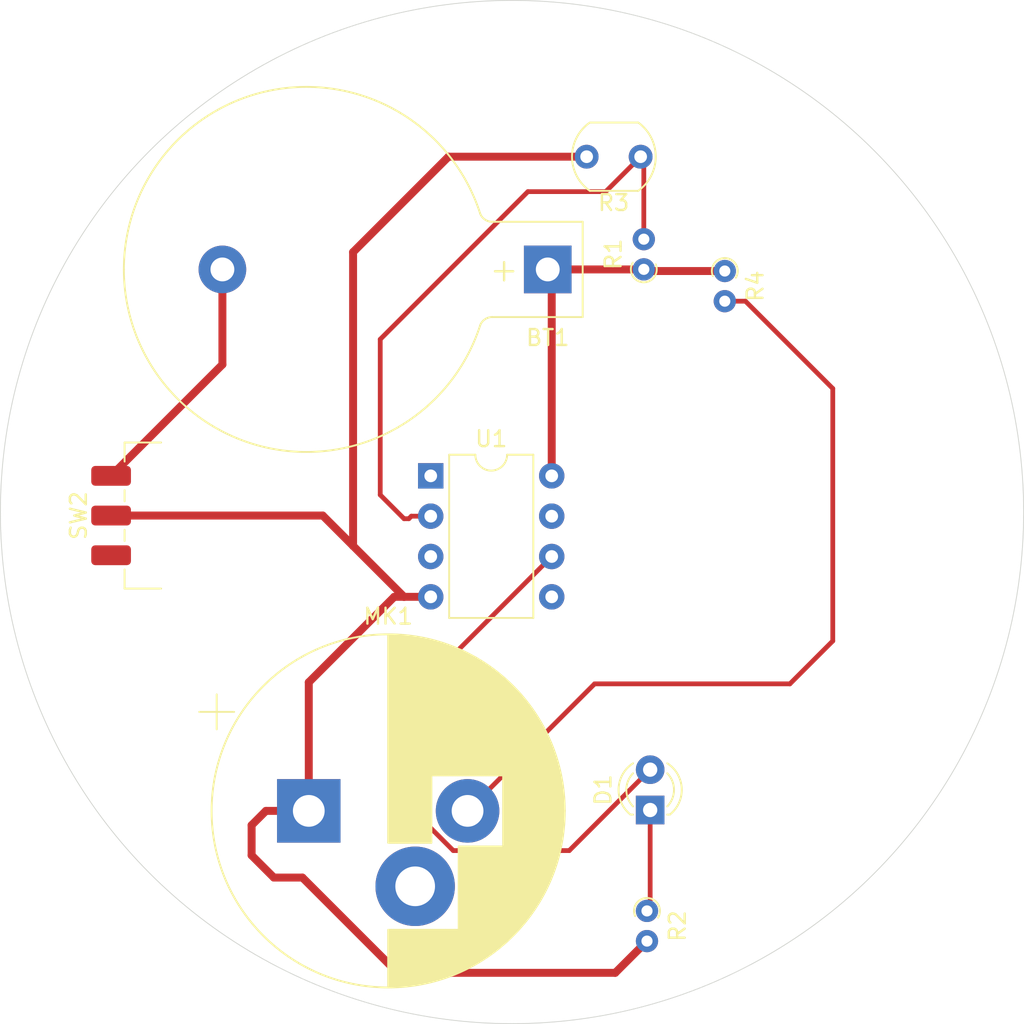
<source format=kicad_pcb>
(kicad_pcb (version 20240108) (generator "pcbnew") (generator_version "8.0")
  (layers (0 "F.Cu" signal) (31 "B.Cu" signal) (34 "B.Paste" user) (35 "F.Paste" user) (36 "B.SilkS" user "B.Silkscreen") (37 "F.SilkS" user "F.Silkscreen") (38 "B.Mask" user) (39 "F.Mask" user) (44 "Edge.Cuts" user))
  (net 0 "")
  (net 1 "+3.3V")
  (net 2 "Net-(BT1--)")
  (net 3 "Net-(D1-K)")
  (net 4 "/Lawda")
  (net 5 "GND")
  (net 6 "Net-(MK1-+)")
  (net 7 "/LDR")
  (net 10 "/MIC")
  (footprint "OptoDevice:R_LDR_5.1x4.3mm_P3.4mm_Vertical" (layer "F.Cu") (at 145.1 79.9 180)
    (property "Reference" "R3" (at 1.7 -2.9 360) (layer "F.SilkS"))
    (property "Value" "LDR07")
    (pad "1" thru_hole circle (at 0 0 180) (size 1.5 1.5) (drill 0.8) (layers "*.Cu" "*.Mask") (net 7 "/LDR"))
    (pad "2" thru_hole circle (at 3.4 0 180) (size 1.5 1.5) (drill 0.8) (layers "*.Cu" "*.Mask") (net 5 "GND"))
  )
  (footprint "Button_Switch_SMD:SW_SPDT_CK_JS102011SAQN" (layer "F.Cu") (at 114.5 102.5 90)
    (property "Reference" "SW2" (at 0 -4.8 90) (layer "F.SilkS"))
    (property "Value" "SW_SPDT")
    (pad "" np_thru_hole circle (at -3.4 0 90) (size 0.9 0.9) (drill 0.9) (layers "*.Cu" "*.Mask"))
    (pad "" np_thru_hole circle (at 3.4 0 90) (size 0.9 0.9) (drill 0.9) (layers "*.Cu" "*.Mask"))
    (pad "1" smd roundrect (at -2.5 -2.75 90) (size 1.25 2.5) (layers "F.Cu" "F.Paste" "F.Mask") (roundrect_rratio 0.2))
    (pad "2" smd roundrect (at 0 -2.75 90) (size 1.25 2.5) (layers "F.Cu" "F.Paste" "F.Mask") (roundrect_rratio 0.2) (net 5 "GND"))
    (pad "3" smd roundrect (at 2.5 -2.75 90) (size 1.25 2.5) (layers "F.Cu" "F.Paste" "F.Mask") (roundrect_rratio 0.2) (net 2 "Net-(BT1--)"))
  )
  (footprint "Resistor_THT:R_Axial_DIN0204_L3.6mm_D1.6mm_P1.90mm_Vertical" (layer "F.Cu") (at 145.5 127.4 -90)
    (property "Reference" "R2" (at 0.95 -1.92 90) (layer "F.SilkS"))
    (property "Value" "470")
    (pad "1" thru_hole circle (at 0 0 270) (size 1.4 1.4) (drill 0.7) (layers "*.Cu" "*.Mask") (net 3 "Net-(D1-K)"))
    (pad "2" thru_hole oval (at 1.9 0 270) (size 1.4 1.4) (drill 0.7) (layers "*.Cu" "*.Mask") (net 5 "GND"))
  )
  (footprint "Capacitor_THT:CP_Radial_D22.0mm_P10.00mm_3pin_SnapIn" (layer "F.Cu") (at 124.2 121.1)
    (property "Reference" "MK1" (at 5 -12.25 360) (layer "F.SilkS"))
    (property "Value" "Microphone_Condenser")
    (pad "1" thru_hole rect (at 0 0) (size 4 4) (drill 2) (layers "*.Cu" "*.Mask") (net 5 "GND"))
    (pad "2" thru_hole circle (at 6.7 4.75) (size 5 5) (drill 2.5) (layers "*.Cu" "*.Mask") (net 6 "Net-(MK1-+)"))
    (pad "2" thru_hole circle (at 10 0) (size 4 4) (drill 2) (layers "*.Cu" "*.Mask") (net 6 "Net-(MK1-+)"))
  )
  (footprint "Package_DIP:DIP-8_W7.62mm" (layer "F.Cu") (at 131.88 100)
    (property "Reference" "U1" (at 3.81 -2.33 0) (layer "F.SilkS"))
    (property "Value" "ATtiny85-20P")
    (pad "1" thru_hole rect (at 0 0) (size 1.6 1.6) (drill 0.8) (layers "*.Cu" "*.Mask"))
    (pad "2" thru_hole oval (at 0 2.54) (size 1.6 1.6) (drill 0.8) (layers "*.Cu" "*.Mask") (net 7 "/LDR"))
    (pad "3" thru_hole oval (at 0 5.08) (size 1.6 1.6) (drill 0.8) (layers "*.Cu" "*.Mask"))
    (pad "4" thru_hole oval (at 0 7.62) (size 1.6 1.6) (drill 0.8) (layers "*.Cu" "*.Mask") (net 5 "GND"))
    (pad "5" thru_hole oval (at 7.62 7.62) (size 1.6 1.6) (drill 0.8) (layers "*.Cu" "*.Mask"))
    (pad "6" thru_hole oval (at 7.62 5.08) (size 1.6 1.6) (drill 0.8) (layers "*.Cu" "*.Mask") (net 4 "/Lawda"))
    (pad "7" thru_hole oval (at 7.62 2.54) (size 1.6 1.6) (drill 0.8) (layers "*.Cu" "*.Mask") (net 10 "/MIC"))
    (pad "8" thru_hole oval (at 7.62 0) (size 1.6 1.6) (drill 0.8) (layers "*.Cu" "*.Mask") (net 1 "+3.3V"))
  )
  (footprint "Resistor_THT:R_Axial_DIN0204_L3.6mm_D1.6mm_P1.90mm_Vertical" (layer "F.Cu") (at 150.4 87.1 -90)
    (property "Reference" "R4" (at 0.95 -1.92 90) (layer "F.SilkS"))
    (property "Value" "5.6K")
    (pad "1" thru_hole circle (at 0 0 270) (size 1.4 1.4) (drill 0.7) (layers "*.Cu" "*.Mask") (net 1 "+3.3V"))
    (pad "2" thru_hole oval (at 1.9 0 270) (size 1.4 1.4) (drill 0.7) (layers "*.Cu" "*.Mask") (net 6 "Net-(MK1-+)"))
  )
  (footprint "LED_THT:LED_D3.0mm" (layer "F.Cu") (at 145.7 121.045 90)
    (property "Reference" "D1" (at 1.27 -2.96 90) (layer "F.SilkS"))
    (property "Value" "LED")
    (pad "1" thru_hole rect (at 0 0 90) (size 1.8 1.8) (drill 0.9) (layers "*.Cu" "*.Mask") (net 3 "Net-(D1-K)"))
    (pad "2" thru_hole circle (at 2.54 0 90) (size 1.8 1.8) (drill 0.9) (layers "*.Cu" "*.Mask") (net 4 "/Lawda"))
  )
  (footprint "Resistor_THT:R_Axial_DIN0204_L3.6mm_D1.6mm_P1.90mm_Vertical" (layer "F.Cu") (at 145.3 86.995 90)
    (property "Reference" "R1" (at 0.95 -1.92 90) (layer "F.SilkS"))
    (property "Value" "10K")
    (pad "1" thru_hole circle (at 0 0 90) (size 1.4 1.4) (drill 0.7) (layers "*.Cu" "*.Mask") (net 1 "+3.3V"))
    (pad "2" thru_hole oval (at 1.9 0 90) (size 1.4 1.4) (drill 0.7) (layers "*.Cu" "*.Mask") (net 7 "/LDR"))
  )
  (footprint "Battery:BatteryHolder_Keystone_103_1x20mm" (layer "F.Cu") (at 139.250001 87.000001 180)
    (property "Reference" "BT1" (at 0 -4.3 360) (layer "F.SilkS"))
    (property "Value" "Battery_Cell")
    (fp_text user "+" (at 2.75 0 360) (layer "F.SilkS") (effects (font (size 1.5 1.5))))
    (pad "1" thru_hole rect (at 0 0 180) (size 3 3) (drill 1.5) (layers "*.Cu" "*.Mask") (net 1 "+3.3V"))
    (pad "2" thru_hole circle (at 20.49 0 180) (size 3 3) (drill 1.5) (layers "*.Cu" "*.Mask") (net 2 "Net-(BT1--)"))
  )
  (gr_circle (center 137 102.278114) (end 158.5 126.278114) (stroke (width 0.05)) (fill none) (layer "Edge.Cuts"))
  (segment (start 139.250001 87.549999) (end 139.5 87.799998) (width 0.5) (layer "F.Cu") (net 1))
  (segment (start 139.250001 87.000001) (end 145.294999 87.000001) (width 0.5) (layer "F.Cu") (net 1))
  (segment (start 145.294999 87.000001) (end 145.3 86.995) (width 0.5) (layer "F.Cu") (net 1))
  (segment (start 145.405 87.1) (end 145.3 86.995) (width 0.5) (layer "F.Cu") (net 1))
  (segment (start 139.250001 87.000001) (end 139.250001 87.549999) (width 0.5) (layer "F.Cu") (net 1))
  (segment (start 150.4 87.1) (end 145.405 87.1) (width 0.5) (layer "F.Cu") (net 1))
  (segment (start 139.5 87.799998) (end 139.5 100) (width 0.5) (layer "F.Cu") (net 1))
  (segment (start 118.760001 92.989999) (end 118.760001 87.000001) (width 0.5) (layer "F.Cu") (net 2))
  (segment (start 111.75 100) (end 118.760001 92.989999) (width 0.5) (layer "F.Cu") (net 2))
  (segment (start 145.7 127.2) (end 145.5 127.4) (width 0.3) (layer "F.Cu") (net 3))
  (segment (start 145.7 121.045) (end 145.7 127.2) (width 0.3) (layer "F.Cu") (net 3))
  (segment (start 131.8 122.1) (end 133.3 123.6) (width 0.3) (layer "F.Cu") (net 4))
  (segment (start 140.605 123.6) (end 145.7 118.505) (width 0.3) (layer "F.Cu") (net 4))
  (segment (start 139.5 105.08) (end 131.8 112.78) (width 0.3) (layer "F.Cu") (net 4))
  (segment (start 133.3 123.6) (end 140.605 123.6) (width 0.3) (layer "F.Cu") (net 4))
  (segment (start 131.8 112.78) (end 131.8 122.1) (width 0.3) (layer "F.Cu") (net 4))
  (segment (start 124.2 121.1) (end 124.2 113) (width 0.5) (layer "F.Cu") (net 5))
  (segment (start 122 125.3) (end 120.6 123.9) (width 0.5) (layer "F.Cu") (net 5))
  (segment (start 111.75 102.5) (end 125.08 102.5) (width 0.5) (layer "F.Cu") (net 5))
  (segment (start 129.58 107.62) (end 130.2 107.62) (width 0.5) (layer "F.Cu") (net 5))
  (segment (start 123.8 125.3) (end 122 125.3) (width 0.5) (layer "F.Cu") (net 5))
  (segment (start 121.5 121.1) (end 124.2 121.1) (width 0.5) (layer "F.Cu") (net 5))
  (segment (start 145.5 129.3) (end 143.5 131.3) (width 0.5) (layer "F.Cu") (net 5))
  (segment (start 129.8 131.3) (end 123.8 125.3) (width 0.5) (layer "F.Cu") (net 5))
  (segment (start 141.7 79.9) (end 133 79.9) (width 0.5) (layer "F.Cu") (net 5))
  (segment (start 143.5 131.3) (end 129.8 131.3) (width 0.5) (layer "F.Cu") (net 5))
  (segment (start 126.99 104.41) (end 130.2 107.62) (width 0.5) (layer "F.Cu") (net 5))
  (segment (start 125.08 102.5) (end 126.99 104.41) (width 0.5) (layer "F.Cu") (net 5))
  (segment (start 126.99 85.91) (end 126.99 104.41) (width 0.5) (layer "F.Cu") (net 5))
  (segment (start 120.6 122) (end 121.5 121.1) (width 0.5) (layer "F.Cu") (net 5))
  (segment (start 130.2 107.62) (end 131.88 107.62) (width 0.5) (layer "F.Cu") (net 5))
  (segment (start 133 79.9) (end 126.99 85.91) (width 0.5) (layer "F.Cu") (net 5))
  (segment (start 124.2 113) (end 129.58 107.62) (width 0.5) (layer "F.Cu") (net 5))
  (segment (start 120.6 123.9) (end 120.6 122) (width 0.5) (layer "F.Cu") (net 5))
  (segment (start 157.2 110.4) (end 157.2 94.5) (width 0.3) (layer "F.Cu") (net 6))
  (segment (start 142.2 113.1) (end 154.5 113.1) (width 0.3) (layer "F.Cu") (net 6))
  (segment (start 154.5 113.1) (end 157.2 110.4) (width 0.3) (layer "F.Cu") (net 6))
  (segment (start 134.2 121.1) (end 142.2 113.1) (width 0.3) (layer "F.Cu") (net 6))
  (segment (start 151.7 89) (end 150.4 89) (width 0.3) (layer "F.Cu") (net 6))
  (segment (start 157.2 94.5) (end 151.7 89) (width 0.3) (layer "F.Cu") (net 6))
  (segment (start 145.3 80.1) (end 145.1 79.9) (width 0.3) (layer "F.Cu") (net 7))
  (segment (start 145.3 85.095) (end 145.3 80.1) (width 0.3) (layer "F.Cu") (net 7))
  (segment (start 130.5 102.7) (end 130.66 102.54) (width 0.3) (layer "F.Cu") (net 7))
  (segment (start 128.7 91.4) (end 128.7 101.2) (width 0.3) (layer "F.Cu") (net 7))
  (segment (start 130.66 102.54) (end 131.88 102.54) (width 0.3) (layer "F.Cu") (net 7))
  (segment (start 130.2 102.7) (end 130.5 102.7) (width 0.3) (layer "F.Cu") (net 7))
  (segment (start 142.9 82.1) (end 138 82.1) (width 0.3) (layer "F.Cu") (net 7))
  (segment (start 128.7 101.2) (end 130.2 102.7) (width 0.3) (layer "F.Cu") (net 7))
  (segment (start 145.1 79.9) (end 142.9 82.1) (width 0.3) (layer "F.Cu") (net 7))
  (segment (start 138 82.1) (end 128.7 91.4) (width 0.3) (layer "F.Cu") (net 7))
)
</source>
